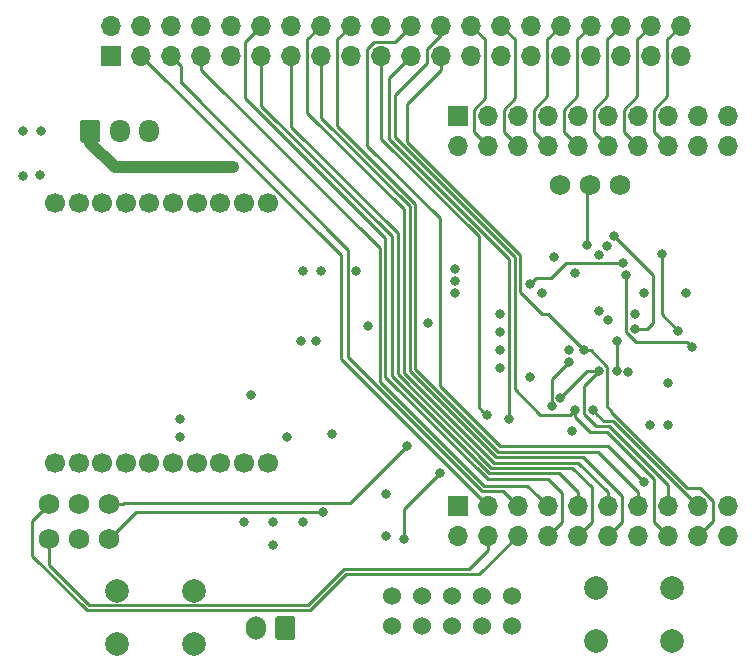
<source format=gbr>
G04 #@! TF.GenerationSoftware,KiCad,Pcbnew,(5.1.5)-3*
G04 #@! TF.CreationDate,2020-11-16T12:55:27+01:00*
G04 #@! TF.ProjectId,bus_raspi,6275735f-7261-4737-9069-2e6b69636164,rev?*
G04 #@! TF.SameCoordinates,Original*
G04 #@! TF.FileFunction,Copper,L4,Bot*
G04 #@! TF.FilePolarity,Positive*
%FSLAX46Y46*%
G04 Gerber Fmt 4.6, Leading zero omitted, Abs format (unit mm)*
G04 Created by KiCad (PCBNEW (5.1.5)-3) date 2020-11-16 12:55:27*
%MOMM*%
%LPD*%
G04 APERTURE LIST*
%ADD10C,1.700000*%
%ADD11C,1.750000*%
%ADD12C,2.000000*%
%ADD13C,1.524000*%
%ADD14O,1.700000X1.950000*%
%ADD15C,0.100000*%
%ADD16O,1.700000X1.700000*%
%ADD17R,1.700000X1.700000*%
%ADD18O,1.700000X2.000000*%
%ADD19C,0.800000*%
%ADD20C,1.000000*%
%ADD21C,0.250000*%
G04 APERTURE END LIST*
D10*
X4000000Y-17500000D03*
X6000000Y-17500000D03*
X8000000Y-17500000D03*
X10000000Y-17500000D03*
X12000000Y-17500000D03*
X14000000Y-17500000D03*
X16000000Y-17500000D03*
X18000000Y-17500000D03*
X20000000Y-17500000D03*
X22000000Y-17500000D03*
X22000000Y-39500000D03*
X20000000Y-39500000D03*
X18000000Y-39500000D03*
X16000000Y-39500000D03*
X14000000Y-39500000D03*
X12000000Y-39500000D03*
X10000000Y-39500000D03*
X8000000Y-39500000D03*
X6000000Y-39500000D03*
X4000000Y-39500000D03*
D11*
X51816000Y-16002000D03*
X49276000Y-16002000D03*
X46736000Y-16002000D03*
X8540000Y-46000000D03*
X6000000Y-46000000D03*
X3460000Y-46000000D03*
X8540000Y-43000000D03*
X6000000Y-43000000D03*
X3460000Y-43000000D03*
D12*
X9248000Y-54864000D03*
X9248000Y-50364000D03*
X15748000Y-54864000D03*
X15748000Y-50364000D03*
X49784000Y-54610000D03*
X49784000Y-50110000D03*
X56284000Y-54610000D03*
X56284000Y-50110000D03*
D13*
X42672000Y-50800000D03*
X42672000Y-53340000D03*
X40132000Y-50800000D03*
X40132000Y-53340000D03*
X37592000Y-50800000D03*
X37592000Y-53340000D03*
X35052000Y-50800000D03*
X35052000Y-53340000D03*
X32512000Y-50800000D03*
X32512000Y-53340000D03*
D14*
X11985000Y-11430000D03*
X9485000Y-11430000D03*
G04 #@! TA.AperFunction,ComponentPad*
D15*
G36*
X7609504Y-10456204D02*
G01*
X7633773Y-10459804D01*
X7657571Y-10465765D01*
X7680671Y-10474030D01*
X7702849Y-10484520D01*
X7723893Y-10497133D01*
X7743598Y-10511747D01*
X7761777Y-10528223D01*
X7778253Y-10546402D01*
X7792867Y-10566107D01*
X7805480Y-10587151D01*
X7815970Y-10609329D01*
X7824235Y-10632429D01*
X7830196Y-10656227D01*
X7833796Y-10680496D01*
X7835000Y-10705000D01*
X7835000Y-12155000D01*
X7833796Y-12179504D01*
X7830196Y-12203773D01*
X7824235Y-12227571D01*
X7815970Y-12250671D01*
X7805480Y-12272849D01*
X7792867Y-12293893D01*
X7778253Y-12313598D01*
X7761777Y-12331777D01*
X7743598Y-12348253D01*
X7723893Y-12362867D01*
X7702849Y-12375480D01*
X7680671Y-12385970D01*
X7657571Y-12394235D01*
X7633773Y-12400196D01*
X7609504Y-12403796D01*
X7585000Y-12405000D01*
X6385000Y-12405000D01*
X6360496Y-12403796D01*
X6336227Y-12400196D01*
X6312429Y-12394235D01*
X6289329Y-12385970D01*
X6267151Y-12375480D01*
X6246107Y-12362867D01*
X6226402Y-12348253D01*
X6208223Y-12331777D01*
X6191747Y-12313598D01*
X6177133Y-12293893D01*
X6164520Y-12272849D01*
X6154030Y-12250671D01*
X6145765Y-12227571D01*
X6139804Y-12203773D01*
X6136204Y-12179504D01*
X6135000Y-12155000D01*
X6135000Y-10705000D01*
X6136204Y-10680496D01*
X6139804Y-10656227D01*
X6145765Y-10632429D01*
X6154030Y-10609329D01*
X6164520Y-10587151D01*
X6177133Y-10566107D01*
X6191747Y-10546402D01*
X6208223Y-10528223D01*
X6226402Y-10511747D01*
X6246107Y-10497133D01*
X6267151Y-10484520D01*
X6289329Y-10474030D01*
X6312429Y-10465765D01*
X6336227Y-10459804D01*
X6360496Y-10456204D01*
X6385000Y-10455000D01*
X7585000Y-10455000D01*
X7609504Y-10456204D01*
G37*
G04 #@! TD.AperFunction*
D16*
X60960000Y-12700000D03*
X60960000Y-10160000D03*
X58420000Y-12700000D03*
X58420000Y-10160000D03*
X55880000Y-12700000D03*
X55880000Y-10160000D03*
X53340000Y-12700000D03*
X53340000Y-10160000D03*
X50800000Y-12700000D03*
X50800000Y-10160000D03*
X48260000Y-12700000D03*
X48260000Y-10160000D03*
X45720000Y-12700000D03*
X45720000Y-10160000D03*
X43180000Y-12700000D03*
X43180000Y-10160000D03*
X40640000Y-12700000D03*
X40640000Y-10160000D03*
X38100000Y-12700000D03*
D17*
X38100000Y-10160000D03*
D16*
X60960000Y-45720000D03*
X60960000Y-43180000D03*
X58420000Y-45720000D03*
X58420000Y-43180000D03*
X55880000Y-45720000D03*
X55880000Y-43180000D03*
X53340000Y-45720000D03*
X53340000Y-43180000D03*
X50800000Y-45720000D03*
X50800000Y-43180000D03*
X48260000Y-45720000D03*
X48260000Y-43180000D03*
X45720000Y-45720000D03*
X45720000Y-43180000D03*
X43180000Y-45720000D03*
X43180000Y-43180000D03*
X40640000Y-45720000D03*
X40640000Y-43180000D03*
X38100000Y-45720000D03*
D17*
X38100000Y-43180000D03*
D16*
X57010000Y-2490000D03*
X57010000Y-5030000D03*
X54470000Y-2490000D03*
X54470000Y-5030000D03*
X51930000Y-2490000D03*
X51930000Y-5030000D03*
X49390000Y-2490000D03*
X49390000Y-5030000D03*
X46850000Y-2490000D03*
X46850000Y-5030000D03*
X44310000Y-2490000D03*
X44310000Y-5030000D03*
X41770000Y-2490000D03*
X41770000Y-5030000D03*
X39230000Y-2490000D03*
X39230000Y-5030000D03*
X36690000Y-2490000D03*
X36690000Y-5030000D03*
X34150000Y-2490000D03*
X34150000Y-5030000D03*
X31610000Y-2490000D03*
X31610000Y-5030000D03*
X29070000Y-2490000D03*
X29070000Y-5030000D03*
X26530000Y-2490000D03*
X26530000Y-5030000D03*
X23990000Y-2490000D03*
X23990000Y-5030000D03*
X21450000Y-2490000D03*
X21450000Y-5030000D03*
X18910000Y-2490000D03*
X18910000Y-5030000D03*
X16370000Y-2490000D03*
X16370000Y-5030000D03*
X13830000Y-2490000D03*
X13830000Y-5030000D03*
X11290000Y-2490000D03*
X11290000Y-5030000D03*
X8750000Y-2490000D03*
D17*
X8750000Y-5030000D03*
D18*
X21000000Y-53500000D03*
G04 #@! TA.AperFunction,ComponentPad*
D15*
G36*
X24124504Y-52501204D02*
G01*
X24148773Y-52504804D01*
X24172571Y-52510765D01*
X24195671Y-52519030D01*
X24217849Y-52529520D01*
X24238893Y-52542133D01*
X24258598Y-52556747D01*
X24276777Y-52573223D01*
X24293253Y-52591402D01*
X24307867Y-52611107D01*
X24320480Y-52632151D01*
X24330970Y-52654329D01*
X24339235Y-52677429D01*
X24345196Y-52701227D01*
X24348796Y-52725496D01*
X24350000Y-52750000D01*
X24350000Y-54250000D01*
X24348796Y-54274504D01*
X24345196Y-54298773D01*
X24339235Y-54322571D01*
X24330970Y-54345671D01*
X24320480Y-54367849D01*
X24307867Y-54388893D01*
X24293253Y-54408598D01*
X24276777Y-54426777D01*
X24258598Y-54443253D01*
X24238893Y-54457867D01*
X24217849Y-54470480D01*
X24195671Y-54480970D01*
X24172571Y-54489235D01*
X24148773Y-54495196D01*
X24124504Y-54498796D01*
X24100000Y-54500000D01*
X22900000Y-54500000D01*
X22875496Y-54498796D01*
X22851227Y-54495196D01*
X22827429Y-54489235D01*
X22804329Y-54480970D01*
X22782151Y-54470480D01*
X22761107Y-54457867D01*
X22741402Y-54443253D01*
X22723223Y-54426777D01*
X22706747Y-54408598D01*
X22692133Y-54388893D01*
X22679520Y-54367849D01*
X22669030Y-54345671D01*
X22660765Y-54322571D01*
X22654804Y-54298773D01*
X22651204Y-54274504D01*
X22650000Y-54250000D01*
X22650000Y-52750000D01*
X22651204Y-52725496D01*
X22654804Y-52701227D01*
X22660765Y-52677429D01*
X22669030Y-52654329D01*
X22679520Y-52632151D01*
X22692133Y-52611107D01*
X22706747Y-52591402D01*
X22723223Y-52573223D01*
X22741402Y-52556747D01*
X22761107Y-52542133D01*
X22782151Y-52529520D01*
X22804329Y-52519030D01*
X22827429Y-52510765D01*
X22851227Y-52504804D01*
X22875496Y-52501204D01*
X22900000Y-52500000D01*
X24100000Y-52500000D01*
X24124504Y-52501204D01*
G37*
G04 #@! TD.AperFunction*
D19*
X14605000Y-35814000D03*
X1270000Y-15240000D03*
X22500000Y-44500000D03*
X22500000Y-46500000D03*
X25000000Y-44500000D03*
X20000000Y-44500000D03*
X20574000Y-33782000D03*
X26098500Y-29210000D03*
X25019000Y-23241000D03*
X26543000Y-23304500D03*
X29527500Y-23304500D03*
X2735601Y-15181601D03*
X35560000Y-27686000D03*
X32004000Y-42164000D03*
X41656000Y-31496000D03*
X41656000Y-29972000D03*
X41656000Y-28448000D03*
X47498000Y-29972000D03*
X52545088Y-31793931D03*
X46228000Y-22098000D03*
X48015966Y-23449989D03*
X57404000Y-25146000D03*
X55880000Y-36322000D03*
X54356000Y-36322000D03*
X53086000Y-26924000D03*
X30479986Y-27940000D03*
X27432000Y-37084000D03*
X14605000Y-37338000D03*
X23622000Y-37338000D03*
X24828500Y-29210000D03*
X32004000Y-45720000D03*
X41656000Y-26924000D03*
X55880000Y-32766000D03*
X53848000Y-25146000D03*
X45212000Y-25146000D03*
X44196000Y-32280990D03*
X1270000Y-11430000D03*
X2794000Y-11430000D03*
X37846000Y-25146000D03*
X37846000Y-24130000D03*
X37846000Y-23114000D03*
X19050000Y-14478000D03*
X18034000Y-14478000D03*
X17018000Y-14478000D03*
X48006000Y-35052000D03*
X49530000Y-35052008D03*
X42418000Y-35814000D03*
X50038000Y-31750000D03*
X46789204Y-33985467D03*
X40554908Y-35484228D03*
X51312110Y-20313745D03*
X53090653Y-28189347D03*
X55372000Y-21844000D03*
X56764347Y-28325653D03*
X33782000Y-38100000D03*
X26670000Y-43688000D03*
X52070000Y-22606000D03*
X44196000Y-24384000D03*
X50038000Y-21881000D03*
X50038000Y-26670000D03*
X46064125Y-34674136D03*
X47498000Y-30988000D03*
X48783322Y-29972000D03*
X53848000Y-41148000D03*
X57912000Y-29718000D03*
X52324000Y-23622000D03*
X33553500Y-45948500D03*
X36576000Y-40386000D03*
X47752000Y-36830000D03*
X51562000Y-29235000D03*
X51546083Y-31749289D03*
X50763000Y-21149497D03*
X50800000Y-27432000D03*
X49022000Y-21082000D03*
D20*
X6985000Y-12405000D02*
X6985000Y-11430000D01*
X9058000Y-14478000D02*
X6985000Y-12405000D01*
X19050000Y-14478000D02*
X18034000Y-14478000D01*
X18034000Y-14478000D02*
X17018000Y-14478000D01*
X17018000Y-14478000D02*
X9058000Y-14478000D01*
D21*
X35514999Y-4465999D02*
X36690000Y-3290998D01*
X36690000Y-3290998D02*
X36690000Y-2490000D01*
X32766000Y-8382000D02*
X35514999Y-5633001D01*
X35514999Y-5633001D02*
X35514999Y-4465999D01*
X48006000Y-35052000D02*
X47606001Y-35451999D01*
X42926000Y-33274000D02*
X42926000Y-22095180D01*
X45103999Y-35451999D02*
X42926000Y-33274000D01*
X32766000Y-11935180D02*
X32766000Y-8382000D01*
X47606001Y-35451999D02*
X45103999Y-35451999D01*
X42926000Y-22095180D02*
X32766000Y-11935180D01*
X48006000Y-35617685D02*
X49261349Y-36873034D01*
X54704999Y-44544999D02*
X55030001Y-44870001D01*
X48006000Y-35052000D02*
X48006000Y-35617685D01*
X55030001Y-44870001D02*
X55880000Y-45720000D01*
X49261349Y-36873034D02*
X50714624Y-36873034D01*
X54704999Y-40863409D02*
X54704999Y-44544999D01*
X50714624Y-36873034D02*
X54704999Y-40863409D01*
X42418000Y-22223590D02*
X42418000Y-35248315D01*
X32258000Y-12063590D02*
X42418000Y-22223590D01*
X32258000Y-6922000D02*
X32258000Y-12063590D01*
X42418000Y-35248315D02*
X42418000Y-35814000D01*
X34150000Y-5030000D02*
X32258000Y-6922000D01*
X58420000Y-43180000D02*
X51213012Y-35973012D01*
X50451004Y-35973012D02*
X49929999Y-35452007D01*
X51213012Y-35973012D02*
X50451004Y-35973012D01*
X49929999Y-35452007D02*
X49530000Y-35052008D01*
X50038000Y-31750000D02*
X49024671Y-31750000D01*
X49024671Y-31750000D02*
X46789204Y-33985467D01*
X31610000Y-5030000D02*
X31610000Y-12052000D01*
X31610000Y-12052000D02*
X39878000Y-20320000D01*
X39878000Y-20320000D02*
X39878000Y-34807320D01*
X39878000Y-34807320D02*
X40154909Y-35084229D01*
X40154909Y-35084229D02*
X40554908Y-35484228D01*
X48768000Y-35363010D02*
X48768000Y-33020000D01*
X55880000Y-43180000D02*
X55880000Y-41402000D01*
X49828013Y-36423023D02*
X48768000Y-35363010D01*
X48768000Y-33020000D02*
X49638001Y-32149999D01*
X49638001Y-32149999D02*
X50038000Y-31750000D01*
X50901023Y-36423023D02*
X49828013Y-36423023D01*
X55880000Y-41402000D02*
X50901023Y-36423023D01*
X51312110Y-20324110D02*
X51312110Y-20313745D01*
X54610000Y-23622000D02*
X51312110Y-20324110D01*
X54610000Y-27686000D02*
X54610000Y-23622000D01*
X53090653Y-28189347D02*
X54106653Y-28189347D01*
X54106653Y-28189347D02*
X54610000Y-27686000D01*
X55372000Y-21844000D02*
X55372000Y-26933306D01*
X55372000Y-26933306D02*
X56764347Y-28325653D01*
X9777436Y-43000000D02*
X9851436Y-42926000D01*
X8540000Y-43000000D02*
X9777436Y-43000000D01*
X9851436Y-42926000D02*
X28956000Y-42926000D01*
X28956000Y-42926000D02*
X33782000Y-38100000D01*
X10852000Y-43688000D02*
X8540000Y-46000000D01*
X26670000Y-43688000D02*
X10852000Y-43688000D01*
X52070000Y-22606000D02*
X47244000Y-22606000D01*
X47244000Y-22606000D02*
X45974000Y-23876000D01*
X45974000Y-23876000D02*
X44704000Y-23876000D01*
X44704000Y-23876000D02*
X44196000Y-24384000D01*
X46064125Y-34674136D02*
X46064125Y-32421875D01*
X46064125Y-32421875D02*
X47498000Y-30988000D01*
X55030001Y-11850001D02*
X55880000Y-12700000D01*
X54704999Y-9595999D02*
X54704999Y-11524999D01*
X55834999Y-8465999D02*
X54704999Y-9595999D01*
X54704999Y-11524999D02*
X55030001Y-11850001D01*
X55834999Y-3665001D02*
X55834999Y-8465999D01*
X57010000Y-2490000D02*
X55834999Y-3665001D01*
X52164999Y-11524999D02*
X52490001Y-11850001D01*
X52164999Y-9595999D02*
X52164999Y-11524999D01*
X53294999Y-8465999D02*
X52164999Y-9595999D01*
X53294999Y-3665001D02*
X53294999Y-8465999D01*
X52490001Y-11850001D02*
X53340000Y-12700000D01*
X54470000Y-2490000D02*
X53294999Y-3665001D01*
X49950001Y-11850001D02*
X50800000Y-12700000D01*
X49624999Y-11524999D02*
X49950001Y-11850001D01*
X50754999Y-8465999D02*
X49624999Y-9595999D01*
X49624999Y-9595999D02*
X49624999Y-11524999D01*
X50754999Y-3665001D02*
X50754999Y-8465999D01*
X51930000Y-2490000D02*
X50754999Y-3665001D01*
X47410001Y-11850001D02*
X48260000Y-12700000D01*
X47084999Y-11524999D02*
X47410001Y-11850001D01*
X47084999Y-9595999D02*
X47084999Y-11524999D01*
X48214999Y-8465999D02*
X47084999Y-9595999D01*
X48214999Y-3665001D02*
X48214999Y-8465999D01*
X49390000Y-2490000D02*
X48214999Y-3665001D01*
X44870001Y-11850001D02*
X45720000Y-12700000D01*
X44544999Y-11524999D02*
X44870001Y-11850001D01*
X44544999Y-9595999D02*
X44544999Y-11524999D01*
X45674999Y-8465999D02*
X44544999Y-9595999D01*
X45674999Y-3665001D02*
X45674999Y-8465999D01*
X46850000Y-2490000D02*
X45674999Y-3665001D01*
X42330001Y-11850001D02*
X43180000Y-12700000D01*
X42004999Y-11524999D02*
X42330001Y-11850001D01*
X42004999Y-9595999D02*
X42004999Y-11524999D01*
X42945001Y-8655997D02*
X42004999Y-9595999D01*
X42945001Y-3665001D02*
X42945001Y-8655997D01*
X41770000Y-2490000D02*
X42945001Y-3665001D01*
X39790001Y-11850001D02*
X40640000Y-12700000D01*
X39464999Y-11524999D02*
X39790001Y-11850001D01*
X39464999Y-9595999D02*
X39464999Y-11524999D01*
X40405001Y-8655997D02*
X39464999Y-9595999D01*
X40405001Y-3665001D02*
X40405001Y-8655997D01*
X39230000Y-2490000D02*
X40405001Y-3665001D01*
X48383323Y-29572001D02*
X48783322Y-29972000D01*
X45212000Y-26924000D02*
X45735322Y-26924000D01*
X36690000Y-6232081D02*
X33782000Y-9140081D01*
X33782000Y-9140081D02*
X33782000Y-12314770D01*
X45735322Y-26924000D02*
X48383323Y-29572001D01*
X43376010Y-21908780D02*
X43376010Y-25088010D01*
X33782000Y-12314770D02*
X43376010Y-21908780D01*
X36690000Y-5030000D02*
X36690000Y-6232081D01*
X43376010Y-25088010D02*
X45212000Y-26924000D01*
X51054000Y-35052000D02*
X50763002Y-34761002D01*
X50763002Y-31385995D02*
X49349007Y-29972000D01*
X50763002Y-34761002D02*
X50763002Y-31385995D01*
X59690000Y-44450000D02*
X59690000Y-42710998D01*
X58420000Y-45720000D02*
X59690000Y-44450000D01*
X58635002Y-41656000D02*
X57532410Y-41656000D01*
X49349007Y-29972000D02*
X48783322Y-29972000D01*
X59690000Y-42710998D02*
X58635002Y-41656000D01*
X51054000Y-35177590D02*
X51054000Y-35052000D01*
X57532410Y-41656000D02*
X51054000Y-35177590D01*
X50800000Y-38100000D02*
X53848000Y-41148000D01*
X41656000Y-38100000D02*
X50800000Y-38100000D01*
X36576000Y-33020000D02*
X41656000Y-38100000D01*
X32785001Y-3854999D02*
X31045999Y-3854999D01*
X34150000Y-2490000D02*
X32785001Y-3854999D01*
X30434999Y-4465999D02*
X30434999Y-12654999D01*
X31045999Y-3854999D02*
X30434999Y-4465999D01*
X36576000Y-18796000D02*
X36576000Y-33020000D01*
X30434999Y-12654999D02*
X36576000Y-18796000D01*
X27894999Y-11002589D02*
X34486010Y-17593600D01*
X41505550Y-38585961D02*
X49948042Y-38585961D01*
X27894999Y-3665001D02*
X27894999Y-11002589D01*
X29070000Y-2490000D02*
X27894999Y-3665001D01*
X34486010Y-17593600D02*
X34486010Y-31566421D01*
X49948042Y-38585961D02*
X53340000Y-41977919D01*
X53340000Y-41977919D02*
X53340000Y-43180000D01*
X34486010Y-31566421D02*
X41505550Y-38585961D01*
X33528000Y-31881233D02*
X41132750Y-39485983D01*
X48308064Y-39485983D02*
X50800000Y-41977919D01*
X25354999Y-9860999D02*
X33528000Y-18034000D01*
X50800000Y-41977919D02*
X50800000Y-43180000D01*
X33528000Y-18034000D02*
X33528000Y-31881233D01*
X25354999Y-3665001D02*
X25354999Y-9860999D01*
X26530000Y-2490000D02*
X25354999Y-3665001D01*
X41132750Y-39485983D02*
X48308064Y-39485983D01*
X34035999Y-31752821D02*
X34035999Y-17779999D01*
X50800000Y-45720000D02*
X51975001Y-44544999D01*
X26530000Y-10274000D02*
X26530000Y-6232081D01*
X26530000Y-6232081D02*
X26530000Y-5030000D01*
X34035999Y-17779999D02*
X26530000Y-10274000D01*
X41319150Y-39035972D02*
X34035999Y-31752821D01*
X48687972Y-39035972D02*
X41319150Y-39035972D01*
X51975001Y-44544999D02*
X51975001Y-42323001D01*
X51975001Y-42323001D02*
X48687972Y-39035972D01*
X47809994Y-39935994D02*
X40946350Y-39935994D01*
X48260000Y-45720000D02*
X49435001Y-44544999D01*
X49435001Y-44544999D02*
X49435001Y-41561001D01*
X33020000Y-32009644D02*
X33020000Y-20066000D01*
X33020000Y-20066000D02*
X23990000Y-11036000D01*
X23990000Y-11036000D02*
X23990000Y-6232081D01*
X40946350Y-39935994D02*
X33020000Y-32009644D01*
X23990000Y-6232081D02*
X23990000Y-5030000D01*
X49435001Y-41561001D02*
X47809994Y-39935994D01*
X31946010Y-32208476D02*
X31946010Y-20516010D01*
X46895001Y-44544999D02*
X46895001Y-42069001D01*
X20085001Y-8655001D02*
X20085001Y-3854999D01*
X45720000Y-40894000D02*
X40631534Y-40894000D01*
X40631534Y-40894000D02*
X31946010Y-32208476D01*
X20600001Y-3339999D02*
X21450000Y-2490000D01*
X46895001Y-42069001D02*
X45720000Y-40894000D01*
X20085001Y-3854999D02*
X20600001Y-3339999D01*
X45720000Y-45720000D02*
X46895001Y-44544999D01*
X31946010Y-20516010D02*
X20085001Y-8655001D01*
X21450000Y-5030000D02*
X21450000Y-9258000D01*
X21450000Y-9258000D02*
X32512000Y-20320000D01*
X46668086Y-40386005D02*
X48260000Y-41977919D01*
X48260000Y-41977919D02*
X48260000Y-43180000D01*
X32512000Y-32138055D02*
X40759950Y-40386005D01*
X32512000Y-20320000D02*
X32512000Y-32138055D01*
X40759950Y-40386005D02*
X46668086Y-40386005D01*
X2032000Y-44428000D02*
X3460000Y-43000000D01*
X2032000Y-47372410D02*
X2032000Y-44428000D01*
X43180000Y-45720000D02*
X39935990Y-48964010D01*
X6671599Y-52012009D02*
X2032000Y-47372410D01*
X28634400Y-48964010D02*
X25586400Y-52012010D01*
X39935990Y-48964010D02*
X28634400Y-48964010D01*
X25586400Y-52012010D02*
X6671599Y-52012009D01*
X40640000Y-46922081D02*
X39048081Y-48514000D01*
X40640000Y-45720000D02*
X40640000Y-46922081D01*
X39048081Y-48514000D02*
X28448000Y-48514000D01*
X28448000Y-48514000D02*
X25400000Y-51562000D01*
X25400000Y-51562000D02*
X6858000Y-51562000D01*
X3460000Y-48164000D02*
X3460000Y-46000000D01*
X6858000Y-51562000D02*
X3460000Y-48164000D01*
X16370000Y-6232081D02*
X31496000Y-21358081D01*
X16370000Y-5030000D02*
X16370000Y-6232081D01*
X31496000Y-21358081D02*
X31496000Y-32637590D01*
X40318400Y-41459990D02*
X43999990Y-41459990D01*
X44870001Y-42330001D02*
X45720000Y-43180000D01*
X43999990Y-41459990D02*
X44870001Y-42330001D01*
X31496000Y-32637590D02*
X40318400Y-41459990D01*
X40132000Y-41910000D02*
X41910000Y-41910000D01*
X28802499Y-30580499D02*
X40132000Y-41910000D01*
X14679999Y-5879999D02*
X14679999Y-7313999D01*
X13830000Y-5030000D02*
X14679999Y-5879999D01*
X14732000Y-7366000D02*
X28802499Y-21506497D01*
X14679999Y-7313999D02*
X14732000Y-7366000D01*
X41910000Y-41910000D02*
X43180000Y-43180000D01*
X28802499Y-21506497D02*
X28802499Y-30580499D01*
X28194000Y-21934000D02*
X28194000Y-30734000D01*
X11290000Y-5030000D02*
X28194000Y-21934000D01*
X28194000Y-30734000D02*
X40640000Y-43180000D01*
X57512001Y-29318001D02*
X53194001Y-29318001D01*
X57912000Y-29718000D02*
X57512001Y-29318001D01*
X52324000Y-28448000D02*
X52324000Y-23622000D01*
X53194001Y-29318001D02*
X52324000Y-28448000D01*
X33553500Y-45948500D02*
X33553500Y-43408500D01*
X33553500Y-43408500D02*
X36576000Y-40386000D01*
X51562000Y-29235000D02*
X51562000Y-31733372D01*
X51562000Y-31733372D02*
X51546083Y-31749289D01*
X49022000Y-16002000D02*
X49276000Y-15748000D01*
X49022000Y-21082000D02*
X49022000Y-16002000D01*
M02*

</source>
